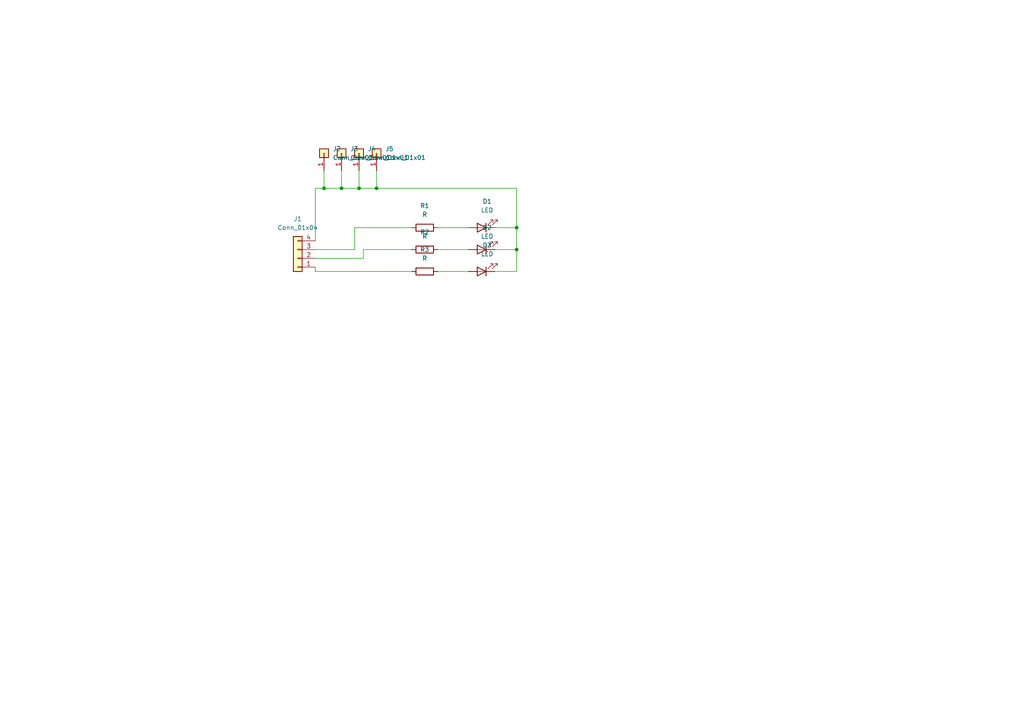
<source format=kicad_sch>
(kicad_sch (version 20230121) (generator eeschema)
  (paper "A4")
  (lib_symbols
    (symbol "Connector_Generic:Conn_01x01" (pin_names (offset 1.016) hide)
      (property "Reference" "J" (at 0 2.54 0))
      (property "Value" "Conn_01x01" (at 0 -2.54 0))
      (symbol "Conn_01x01_1_1"
        (rectangle (start -1.27 0.127) (end 0 -0.127) (stroke (width 0.1524)))
        (rectangle (start -1.27 1.27) (end 1.27 -1.27) (stroke (width 0.254)) (fill (type background)))
        (pin passive line (at -5.08 0 0) (length 3.81) (name "Pin_1") (number "1"))
      )
    )
    (symbol "Connector_Generic:Conn_01x04" (pin_names (offset 1.016) hide)
      (property "Reference" "J" (at 0 5.08 0))
      (property "Value" "Conn_01x04" (at 0 -7.62 0))
      (symbol "Conn_01x04_1_1"
        (rectangle (start -1.27 -4.953) (end 0 -5.207) (stroke (width 0.1524)))
        (rectangle (start -1.27 -2.413) (end 0 -2.667) (stroke (width 0.1524)))
        (rectangle (start -1.27 0.127) (end 0 -0.127) (stroke (width 0.1524)))
        (rectangle (start -1.27 2.667) (end 0 2.413) (stroke (width 0.1524)))
        (rectangle (start -1.27 3.81) (end 1.27 -6.35) (stroke (width 0.254)) (fill (type background)))
        (pin passive line (at -5.08 2.54 0) (length 3.81) (name "Pin_1") (number "1"))
        (pin passive line (at -5.08 0 0) (length 3.81) (name "Pin_2") (number "2"))
        (pin passive line (at -5.08 -2.54 0) (length 3.81) (name "Pin_3") (number "3"))
        (pin passive line (at -5.08 -5.08 0) (length 3.81) (name "Pin_4") (number "4"))
      )
    )
    (symbol "Device:LED" (pin_numbers hide) (pin_names (offset 1.016) hide)
      (property "Reference" "D" (at 0 2.54 0))
      (property "Value" "LED" (at 0 -2.54 0))
      (symbol "LED_0_1"
        (polyline (pts (xy -1.27 -1.27) (xy -1.27 1.27)) (stroke (width 0.254)))
        (polyline (pts (xy -1.27 0) (xy 1.27 0)))
        (polyline (pts (xy 1.27 -1.27) (xy 1.27 1.27) (xy -1.27 0) (xy 1.27 -1.27)) (stroke (width 0.254)))
        (polyline (pts (xy -3.048 -0.762) (xy -4.572 -2.286) (xy -3.81 -2.286) (xy -4.572 -2.286) (xy -4.572 -1.524)))
        (polyline (pts (xy -1.778 -0.762) (xy -3.302 -2.286) (xy -2.54 -2.286) (xy -3.302 -2.286) (xy -3.302 -1.524)))
      )
      (symbol "LED_1_1"
        (pin passive line (at -3.81 0 0) (length 2.54) (name "K") (number "1"))
        (pin passive line (at 3.81 0 180) (length 2.54) (name "A") (number "2"))
      )
    )
    (symbol "Device:R" (pin_numbers hide) (pin_names (offset 0))
      (property "Reference" "R" (at 2.032 0 90))
      (property "Value" "R" (at 0 0 90))
      (symbol "R_0_1"
        (rectangle (start -1.016 -2.54) (end 1.016 2.54) (stroke (width 0.254)))
      )
      (symbol "R_1_1"
        (pin passive line (at 0 3.81 270) (length 1.27) (name "~") (number "1"))
        (pin passive line (at 0 -3.81 90) (length 1.27) (name "~") (number "2"))
      )
    )
  )
  (junction (at 104.14 54.61))
  (junction (at 93.98 54.61))
  (junction (at 99.06 54.61))
  (junction (at 109.22 54.61))
  (junction (at 149.86 72.39))
  (junction (at 149.86 66.04))
  (wire (pts (xy 149.86 78.74) (xy 149.86 72.39)))
  (wire (pts (xy 91.44 69.85) (xy 91.44 54.61)))
  (wire (pts (xy 127 72.39) (xy 135.89 72.39)))
  (wire (pts (xy 109.22 49.53) (xy 109.22 54.61)))
  (wire (pts (xy 99.06 54.61) (xy 104.14 54.61)))
  (wire (pts (xy 91.44 54.61) (xy 93.98 54.61)))
  (wire (pts (xy 109.22 54.61) (xy 149.86 54.61)))
  (wire (pts (xy 149.86 66.04) (xy 143.51 66.04)))
  (wire (pts (xy 93.98 49.53) (xy 93.98 54.61)))
  (wire (pts (xy 143.51 72.39) (xy 149.86 72.39)))
  (wire (pts (xy 149.86 54.61) (xy 149.86 66.04)))
  (wire (pts (xy 99.06 49.53) (xy 99.06 54.61)))
  (wire (pts (xy 91.44 72.39) (xy 102.87 72.39)))
  (wire (pts (xy 127 66.04) (xy 135.89 66.04)))
  (wire (pts (xy 105.41 72.39) (xy 105.41 74.93)))
  (wire (pts (xy 91.44 78.74) (xy 91.44 77.47)))
  (wire (pts (xy 119.38 72.39) (xy 105.41 72.39)))
  (wire (pts (xy 105.41 74.93) (xy 91.44 74.93)))
  (wire (pts (xy 104.14 49.53) (xy 104.14 54.61)))
  (wire (pts (xy 149.86 72.39) (xy 149.86 66.04)))
  (wire (pts (xy 119.38 78.74) (xy 91.44 78.74)))
  (wire (pts (xy 104.14 54.61) (xy 109.22 54.61)))
  (wire (pts (xy 93.98 54.61) (xy 99.06 54.61)))
  (wire (pts (xy 102.87 66.04) (xy 119.38 66.04)))
  (wire (pts (xy 143.51 78.74) (xy 149.86 78.74)))
  (wire (pts (xy 102.87 72.39) (xy 102.87 66.04)))
  (wire (pts (xy 127 78.74) (xy 135.89 78.74)))
  (symbol (lib_id "Device:R") (at 123.19 72.39 270) (unit 1)
    (property "Reference" "R2" (at 123.19 67.31 90))
    (property "Value" "R" (at 123.19 68.58 90))
    (property "Footprint" "Resistor_THT:R_Axial_DIN0207_L6.3mm_D2.5mm_P10.16mm_Horizontal" (effects hide))
  )
  (symbol (lib_id "Device:LED") (at 139.7 72.39 180) (unit 1)
    (property "Reference" "D2" (at 141.2875 66.04 0))
    (property "Value" "LED" (at 141.2875 68.58 0))
    (property "Footprint" "LED_THT:LED_D5.0mm" (effects hide))
  )
  (symbol (lib_id "Connector_Generic:Conn_01x04") (at 86.36 74.93 180) (unit 1)
    (property "Reference" "J1" (at 86.36 63.5 0))
    (property "Value" "Conn_01x04" (at 86.36 66.04 0))
    (property "Footprint" "Connector_PinHeader_1.27mm:PinHeader_1x04_P1.27mm_Horizontal" (effects hide))
  )
  (symbol (lib_id "Connector_Generic:Conn_01x01") (at 93.98 44.45 90) (unit 1)
    (property "Reference" "J2" (at 96.52 43.18 90) (effects (justify right)))
    (property "Value" "Conn_01x01" (at 96.52 45.72 90) (effects (justify right)))
    (property "Footprint" "Connector_Pin:Pin_D1.0mm_L10.0mm_LooseFit" (effects hide))
  )
  (symbol (lib_id "Device:LED") (at 139.7 78.74 180) (unit 1)
    (property "Reference" "D3" (at 141.2875 71.12 0))
    (property "Value" "LED" (at 141.2875 73.66 0))
    (property "Footprint" "LED_THT:LED_D5.0mm" (effects hide))
  )
  (symbol (lib_id "Connector_Generic:Conn_01x01") (at 109.22 44.45 90) (unit 1)
    (property "Reference" "J5" (at 111.76 43.18 90) (effects (justify right)))
    (property "Value" "Conn_01x01" (at 111.76 45.72 90) (effects (justify right)))
    (property "Footprint" "Connector_Pin:Pin_D1.0mm_L10.0mm_LooseFit" (effects hide))
  )
  (symbol (lib_id "Device:R") (at 123.19 66.04 90) (unit 1)
    (property "Reference" "R1" (at 123.19 59.69 90))
    (property "Value" "R" (at 123.19 62.23 90))
    (property "Footprint" "Resistor_THT:R_Axial_DIN0207_L6.3mm_D2.5mm_P10.16mm_Horizontal" (effects hide))
  )
  (symbol (lib_id "Connector_Generic:Conn_01x01") (at 104.14 44.45 90) (unit 1)
    (property "Reference" "J4" (at 106.68 43.18 90) (effects (justify right)))
    (property "Value" "Conn_01x01" (at 106.68 45.72 90) (effects (justify right)))
    (property "Footprint" "Connector_Pin:Pin_D1.0mm_L10.0mm_LooseFit" (effects hide))
  )
  (symbol (lib_id "Device:R") (at 123.19 78.74 90) (unit 1)
    (property "Reference" "R3" (at 123.19 72.39 90))
    (property "Value" "R" (at 123.19 74.93 90))
    (property "Footprint" "Resistor_THT:R_Axial_DIN0207_L6.3mm_D2.5mm_P10.16mm_Horizontal" (effects hide))
  )
  (symbol (lib_id "Connector_Generic:Conn_01x01") (at 99.06 44.45 90) (unit 1)
    (property "Reference" "J3" (at 101.6 43.18 90) (effects (justify right)))
    (property "Value" "Conn_01x01" (at 101.6 45.72 90) (effects (justify right)))
    (property "Footprint" "Connector_Pin:Pin_D1.0mm_L10.0mm_LooseFit" (effects hide))
  )
  (symbol (lib_id "Device:LED") (at 139.7 66.04 180) (unit 1)
    (property "Reference" "D1" (at 141.2875 58.42 0))
    (property "Value" "LED" (at 141.2875 60.96 0))
    (property "Footprint" "LED_THT:LED_D5.0mm" (effects hide))
  )
)
</source>
